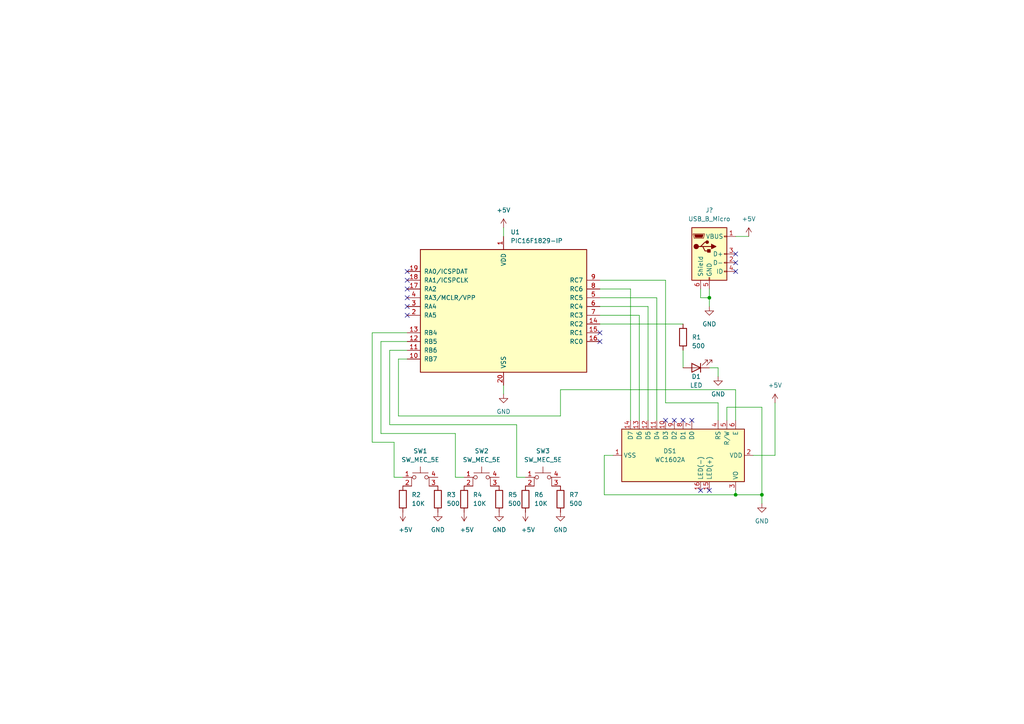
<source format=kicad_sch>
(kicad_sch (version 20211123) (generator eeschema)
  (paper "A4")
  (lib_symbols
    (symbol "Connector:USB_B_Micro" (pin_names (offset 1.016))
      (property "Reference" "J" (at -5.08 11.43 0))
      (property "Value" "USB_B_Micro" (at -5.08 8.89 0))
      (symbol "USB_B_Micro_0_1"
        (rectangle (start -5.08 -7.62) (end 5.08 7.62) (stroke (width 0.254)) (fill (type background)))
        (circle (center -3.81 2.159) (radius 0.635) (stroke (width 0.254)) (fill (type outline)))
        (circle (center -0.635 3.429) (radius 0.381) (stroke (width 0.254)) (fill (type outline)))
        (rectangle (start -0.127 -7.62) (end 0.127 -6.858))
        (polyline (pts (xy -1.905 2.159) (xy 0.635 2.159)) (stroke (width 0.254)))
        (polyline (pts (xy -3.175 2.159) (xy -2.54 2.159) (xy -1.27 3.429) (xy -0.635 3.429)) (stroke (width 0.254)))
        (polyline (pts (xy -2.54 2.159) (xy -1.905 2.159) (xy -1.27 0.889) (xy 0 0.889)) (stroke (width 0.254)))
        (polyline (pts (xy 0.635 2.794) (xy 0.635 1.524) (xy 1.905 2.159) (xy 0.635 2.794)) (stroke (width 0.254)) (fill (type outline)))
        (polyline (pts (xy -4.318 5.588) (xy -1.778 5.588) (xy -2.032 4.826) (xy -4.064 4.826) (xy -4.318 5.588)) (fill (type outline)))
        (polyline (pts (xy -4.699 5.842) (xy -4.699 5.588) (xy -4.445 4.826) (xy -4.445 4.572) (xy -1.651 4.572) (xy -1.651 4.826) (xy -1.397 5.588) (xy -1.397 5.842) (xy -4.699 5.842)))
        (rectangle (start 0.254 1.27) (end -0.508 0.508) (stroke (width 0.254)) (fill (type outline)))
        (rectangle (start 5.08 -5.207) (end 4.318 -4.953))
        (rectangle (start 5.08 -2.667) (end 4.318 -2.413))
        (rectangle (start 5.08 -0.127) (end 4.318 0.127))
        (rectangle (start 5.08 4.953) (end 4.318 5.207))
      )
      (symbol "USB_B_Micro_1_1"
        (pin power_out line (at 7.62 5.08 180) (length 2.54) (name "VBUS") (number "1"))
        (pin bidirectional line (at 7.62 -2.54 180) (length 2.54) (name "D-") (number "2"))
        (pin bidirectional line (at 7.62 0 180) (length 2.54) (name "D+") (number "3"))
        (pin passive line (at 7.62 -5.08 180) (length 2.54) (name "ID") (number "4"))
        (pin power_out line (at 0 -10.16 90) (length 2.54) (name "GND") (number "5"))
        (pin passive line (at -2.54 -10.16 90) (length 2.54) (name "Shield") (number "6"))
      )
    )
    (symbol "Device:LED" (pin_numbers hide) (pin_names (offset 1.016) hide)
      (property "Reference" "D" (at 0 2.54 0))
      (property "Value" "LED" (at 0 -2.54 0))
      (symbol "LED_0_1"
        (polyline (pts (xy -1.27 -1.27) (xy -1.27 1.27)) (stroke (width 0.254)))
        (polyline (pts (xy -1.27 0) (xy 1.27 0)))
        (polyline (pts (xy 1.27 -1.27) (xy 1.27 1.27) (xy -1.27 0) (xy 1.27 -1.27)) (stroke (width 0.254)))
        (polyline (pts (xy -3.048 -0.762) (xy -4.572 -2.286) (xy -3.81 -2.286) (xy -4.572 -2.286) (xy -4.572 -1.524)))
        (polyline (pts (xy -1.778 -0.762) (xy -3.302 -2.286) (xy -2.54 -2.286) (xy -3.302 -2.286) (xy -3.302 -1.524)))
      )
      (symbol "LED_1_1"
        (pin passive line (at -3.81 0 0) (length 2.54) (name "K") (number "1"))
        (pin passive line (at 3.81 0 180) (length 2.54) (name "A") (number "2"))
      )
    )
    (symbol "Device:R" (pin_numbers hide) (pin_names (offset 0))
      (property "Reference" "R" (at 2.032 0 90))
      (property "Value" "R" (at 0 0 90))
      (symbol "R_0_1"
        (rectangle (start -1.016 -2.54) (end 1.016 2.54) (stroke (width 0.254)))
      )
      (symbol "R_1_1"
        (pin passive line (at 0 3.81 270) (length 1.27) (name "~") (number "1"))
        (pin passive line (at 0 -3.81 90) (length 1.27) (name "~") (number "2"))
      )
    )
    (symbol "Display_Character:WC1602A"
      (property "Reference" "DS" (at -5.842 19.05 0))
      (property "Value" "WC1602A" (at 5.334 19.05 0))
      (symbol "WC1602A_1_1"
        (rectangle (start -7.62 17.78) (end 7.62 -17.78) (stroke (width 0.254)) (fill (type background)))
        (pin power_in line (at 0 -20.32 90) (length 2.54) (name "VSS") (number "1"))
        (pin input line (at -10.16 -5.08 0) (length 2.54) (name "D3") (number "10"))
        (pin input line (at -10.16 -7.62 0) (length 2.54) (name "D4") (number "11"))
        (pin input line (at -10.16 -10.16 0) (length 2.54) (name "D5") (number "12"))
        (pin input line (at -10.16 -12.7 0) (length 2.54) (name "D6") (number "13"))
        (pin input line (at -10.16 -15.24 0) (length 2.54) (name "D7") (number "14"))
        (pin power_in line (at 10.16 7.62 180) (length 2.54) (name "LED(+)") (number "15"))
        (pin power_in line (at 10.16 5.08 180) (length 2.54) (name "LED(-)") (number "16"))
        (pin power_in line (at 0 20.32 270) (length 2.54) (name "VDD") (number "2"))
        (pin input line (at 10.16 15.24 180) (length 2.54) (name "VO") (number "3"))
        (pin input line (at -10.16 10.16 0) (length 2.54) (name "RS") (number "4"))
        (pin input line (at -10.16 12.7 0) (length 2.54) (name "R/W") (number "5"))
        (pin input line (at -10.16 15.24 0) (length 2.54) (name "E") (number "6"))
        (pin input line (at -10.16 2.54 0) (length 2.54) (name "D0") (number "7"))
        (pin input line (at -10.16 0 0) (length 2.54) (name "D1") (number "8"))
        (pin input line (at -10.16 -2.54 0) (length 2.54) (name "D2") (number "9"))
      )
    )
    (symbol "MCU_Microchip_PIC16:PIC16F1829-IP" (pin_names (offset 1.016))
      (property "Reference" "U" (at -24.13 22.86 0))
      (property "Value" "PIC16F1829-IP" (at -24.13 20.32 0))
      (symbol "PIC16F1829-IP_0_1"
        (rectangle (start -24.13 19.05) (end 24.13 -16.51) (stroke (width 0.254)) (fill (type background)))
      )
      (symbol "PIC16F1829-IP_1_1"
        (pin power_in line (at 0 22.86 270) (length 3.81) (name "VDD") (number "1"))
        (pin bidirectional line (at -27.94 -12.7 0) (length 3.81) (name "RB7") (number "10"))
        (pin bidirectional line (at -27.94 -10.16 0) (length 3.81) (name "RB6") (number "11"))
        (pin bidirectional line (at -27.94 -7.62 0) (length 3.81) (name "RB5") (number "12"))
        (pin bidirectional line (at -27.94 -5.08 0) (length 3.81) (name "RB4") (number "13"))
        (pin bidirectional line (at 27.94 -2.54 180) (length 3.81) (name "RC2") (number "14"))
        (pin bidirectional line (at 27.94 -5.08 180) (length 3.81) (name "RC1") (number "15"))
        (pin bidirectional line (at 27.94 -7.62 180) (length 3.81) (name "RC0") (number "16"))
        (pin bidirectional line (at -27.94 7.62 0) (length 3.81) (name "RA2") (number "17"))
        (pin bidirectional line (at -27.94 10.16 0) (length 3.81) (name "RA1/ICSPCLK") (number "18"))
        (pin bidirectional line (at -27.94 12.7 0) (length 3.81) (name "RA0/ICSPDAT") (number "19"))
        (pin bidirectional line (at -27.94 0 0) (length 3.81) (name "RA5") (number "2"))
        (pin power_in line (at 0 -20.32 90) (length 3.81) (name "VSS") (number "20"))
        (pin bidirectional line (at -27.94 2.54 0) (length 3.81) (name "RA4") (number "3"))
        (pin bidirectional line (at -27.94 5.08 0) (length 3.81) (name "RA3/MCLR/VPP") (number "4"))
        (pin bidirectional line (at 27.94 5.08 180) (length 3.81) (name "RC5") (number "5"))
        (pin bidirectional line (at 27.94 2.54 180) (length 3.81) (name "RC4") (number "6"))
        (pin bidirectional line (at 27.94 0 180) (length 3.81) (name "RC3") (number "7"))
        (pin bidirectional line (at 27.94 7.62 180) (length 3.81) (name "RC6") (number "8"))
        (pin bidirectional line (at 27.94 10.16 180) (length 3.81) (name "RC7") (number "9"))
      )
    )
    (symbol "Switch:SW_MEC_5E" (pin_names (offset 1.016) hide)
      (property "Reference" "SW" (at 0.635 5.715 0))
      (property "Value" "SW_MEC_5E" (at 0 -3.175 0))
      (symbol "SW_MEC_5E_0_1"
        (circle (center -1.778 2.54) (radius 0.508))
        (polyline (pts (xy -2.286 3.81) (xy 2.286 3.81)))
        (polyline (pts (xy 0 3.81) (xy 0 5.588)))
        (polyline (pts (xy -2.54 0) (xy -2.54 2.54) (xy -2.286 2.54)))
        (polyline (pts (xy 2.54 0) (xy 2.54 2.54) (xy 2.286 2.54)))
        (circle (center 1.778 2.54) (radius 0.508))
        (pin passive line (at -5.08 2.54 0) (length 2.54) (name "1") (number "1"))
        (pin passive line (at -5.08 0 0) (length 2.54) (name "2") (number "2"))
        (pin passive line (at 5.08 0 180) (length 2.54) (name "K") (number "3"))
        (pin passive line (at 5.08 2.54 180) (length 2.54) (name "A") (number "4"))
      )
    )
    (symbol "power:+5V" (power) (pin_names (offset 0))
      (property "Value" "+5V" (at 0 3.556 0))
      (symbol "+5V_0_1"
        (polyline (pts (xy -0.762 1.27) (xy 0 2.54)))
        (polyline (pts (xy 0 0) (xy 0 2.54)))
        (polyline (pts (xy 0 2.54) (xy 0.762 1.27)))
      )
      (symbol "+5V_1_1"
        (pin power_in line (at 0 0 90) (length 0) hide (name "+5V") (number "1"))
      )
    )
    (symbol "power:GND" (power) (pin_names (offset 0))
      (property "Value" "GND" (at 0 -3.81 0))
      (symbol "GND_0_1"
        (polyline (pts (xy 0 0) (xy 0 -1.27) (xy 1.27 -1.27) (xy 0 -2.54) (xy -1.27 -1.27) (xy 0 -1.27)))
      )
      (symbol "GND_1_1"
        (pin power_in line (at 0 0 270) (length 0) hide (name "GND") (number "1"))
      )
    )
  )
  (junction (at 220.98 143.51))
  (junction (at 205.74 86.36))
  (junction (at 213.36 143.51))
  (no_connect (at 213.36 78.74))
  (no_connect (at 213.36 76.2))
  (no_connect (at 213.36 73.66))
  (no_connect (at 203.2 142.24))
  (no_connect (at 205.74 142.24))
  (no_connect (at 200.66 121.92))
  (no_connect (at 193.04 121.92))
  (no_connect (at 195.58 121.92))
  (no_connect (at 198.12 121.92))
  (no_connect (at 173.99 96.52))
  (no_connect (at 173.99 99.06))
  (no_connect (at 118.11 78.74))
  (no_connect (at 118.11 81.28))
  (no_connect (at 118.11 83.82))
  (no_connect (at 118.11 86.36))
  (no_connect (at 118.11 88.9))
  (no_connect (at 118.11 91.44))
  (wire (pts (xy 205.74 86.36) (xy 205.74 83.82)))
  (wire (pts (xy 182.88 83.82) (xy 173.99 83.82)))
  (wire (pts (xy 213.36 121.92) (xy 213.36 113.03)))
  (wire (pts (xy 152.4 138.43) (xy 149.86 138.43)))
  (wire (pts (xy 107.95 128.27) (xy 107.95 96.52)))
  (wire (pts (xy 220.98 118.11) (xy 220.98 143.51)))
  (wire (pts (xy 182.88 121.92) (xy 182.88 83.82)))
  (wire (pts (xy 173.99 93.98) (xy 198.12 93.98)))
  (wire (pts (xy 134.62 138.43) (xy 132.08 138.43)))
  (wire (pts (xy 203.2 83.82) (xy 203.2 86.36)))
  (wire (pts (xy 220.98 143.51) (xy 220.98 146.05)))
  (wire (pts (xy 190.5 121.92) (xy 190.5 86.36)))
  (wire (pts (xy 185.42 91.44) (xy 173.99 91.44)))
  (wire (pts (xy 190.5 86.36) (xy 173.99 86.36)))
  (wire (pts (xy 220.98 118.11) (xy 210.82 118.11)))
  (wire (pts (xy 149.86 138.43) (xy 149.86 123.19)))
  (wire (pts (xy 146.05 111.76) (xy 146.05 114.3)))
  (wire (pts (xy 203.2 86.36) (xy 205.74 86.36)))
  (wire (pts (xy 208.28 116.84) (xy 193.04 116.84)))
  (wire (pts (xy 218.44 132.08) (xy 224.79 132.08)))
  (wire (pts (xy 187.96 88.9) (xy 173.99 88.9)))
  (wire (pts (xy 115.57 104.14) (xy 118.11 104.14)))
  (wire (pts (xy 210.82 118.11) (xy 210.82 121.92)))
  (wire (pts (xy 110.49 99.06) (xy 118.11 99.06)))
  (wire (pts (xy 114.3 128.27) (xy 107.95 128.27)))
  (wire (pts (xy 146.05 66.04) (xy 146.05 68.58)))
  (wire (pts (xy 175.26 143.51) (xy 175.26 132.08)))
  (wire (pts (xy 205.74 88.9) (xy 205.74 86.36)))
  (wire (pts (xy 185.42 121.92) (xy 185.42 91.44)))
  (wire (pts (xy 132.08 125.73) (xy 110.49 125.73)))
  (wire (pts (xy 213.36 68.58) (xy 217.17 68.58)))
  (wire (pts (xy 115.57 120.65) (xy 115.57 104.14)))
  (wire (pts (xy 208.28 106.68) (xy 208.28 109.22)))
  (wire (pts (xy 208.28 121.92) (xy 208.28 116.84)))
  (wire (pts (xy 213.36 143.51) (xy 220.98 143.51)))
  (wire (pts (xy 205.74 106.68) (xy 208.28 106.68)))
  (wire (pts (xy 213.36 142.24) (xy 213.36 143.51)))
  (wire (pts (xy 162.56 120.65) (xy 115.57 120.65)))
  (wire (pts (xy 175.26 132.08) (xy 177.8 132.08)))
  (wire (pts (xy 224.79 132.08) (xy 224.79 116.84)))
  (wire (pts (xy 198.12 101.6) (xy 198.12 106.68)))
  (wire (pts (xy 162.56 113.03) (xy 162.56 120.65)))
  (wire (pts (xy 116.84 138.43) (xy 114.3 138.43)))
  (wire (pts (xy 149.86 123.19) (xy 113.03 123.19)))
  (wire (pts (xy 113.03 123.19) (xy 113.03 101.6)))
  (wire (pts (xy 193.04 116.84) (xy 193.04 81.28)))
  (wire (pts (xy 187.96 121.92) (xy 187.96 88.9)))
  (wire (pts (xy 113.03 101.6) (xy 118.11 101.6)))
  (wire (pts (xy 132.08 138.43) (xy 132.08 125.73)))
  (wire (pts (xy 213.36 143.51) (xy 175.26 143.51)))
  (wire (pts (xy 110.49 125.73) (xy 110.49 99.06)))
  (wire (pts (xy 114.3 138.43) (xy 114.3 128.27)))
  (wire (pts (xy 107.95 96.52) (xy 118.11 96.52)))
  (wire (pts (xy 213.36 113.03) (xy 162.56 113.03)))
  (wire (pts (xy 193.04 81.28) (xy 173.99 81.28)))
  (symbol (lib_id "Device:R") (at 134.62 144.78 0) (unit 1)
    (property "Reference" "R4" (at 137.16 143.5099 0) (effects (justify left)))
    (property "Value" "10K" (at 137.16 146.0499 0) (effects (justify left)))
  )
  (symbol (lib_id "Device:R") (at 162.56 144.78 0) (unit 1)
    (property "Reference" "R7" (at 165.1 143.5099 0) (effects (justify left)))
    (property "Value" "500" (at 165.1 146.0499 0) (effects (justify left)))
  )
  (symbol (lib_id "power:GND") (at 146.05 114.3 0) (unit 1)
    (property "Reference" "#PWR06" (effects hide))
    (property "Value" "GND" (at 146.05 119.38 0))
  )
  (symbol (lib_id "Device:R") (at 127 144.78 0) (unit 1)
    (property "Reference" "R3" (at 129.54 143.5099 0) (effects (justify left)))
    (property "Value" "500" (at 129.54 146.0499 0) (effects (justify left)))
  )
  (symbol (lib_id "Device:R") (at 116.84 144.78 0) (unit 1)
    (property "Reference" "R2" (at 119.38 143.5099 0) (effects (justify left)))
    (property "Value" "10K" (at 119.38 146.0499 0) (effects (justify left)))
  )
  (symbol (lib_id "power:GND") (at 162.56 148.59 0) (unit 1)
    (property "Reference" "#PWR08" (effects hide))
    (property "Value" "GND" (at 162.56 153.67 0))
  )
  (symbol (lib_id "Connector:USB_B_Micro") (at 205.74 73.66 0) (unit 1)
    (property "Reference" "J?" (at 205.74 60.96 0))
    (property "Value" "USB_B_Micro" (at 205.74 63.5 0))
  )
  (symbol (lib_id "power:GND") (at 220.98 146.05 0) (unit 1)
    (property "Reference" "#PWR09" (effects hide))
    (property "Value" "GND" (at 220.98 151.13 0))
  )
  (symbol (lib_id "Device:R") (at 152.4 144.78 0) (unit 1)
    (property "Reference" "R6" (at 154.94 143.5099 0) (effects (justify left)))
    (property "Value" "10K" (at 154.94 146.0499 0) (effects (justify left)))
  )
  (symbol (lib_id "power:+5V") (at 152.4 148.59 180) (unit 1)
    (property "Reference" "#PWR07" (effects hide))
    (property "Value" "+5V" (at 151.13 153.67 0) (effects (justify right)))
  )
  (symbol (lib_id "Switch:SW_MEC_5E") (at 121.92 140.97 0) (unit 1)
    (property "Reference" "SW1" (at 121.92 130.81 0))
    (property "Value" "SW_MEC_5E" (at 121.92 133.35 0))
    (property "Datasheet" "http://www.apem.com/int/index.php?controller=attachment&id_attachment=1371" (effects hide))
  )
  (symbol (lib_id "Device:LED") (at 201.93 106.68 180) (unit 1)
    (property "Reference" "D1" (at 201.93 109.22 0))
    (property "Value" "LED" (at 201.93 111.76 0))
  )
  (symbol (lib_id "power:GND") (at 205.74 88.9 0) (unit 1)
    (property "Reference" "#PWR?" (effects hide))
    (property "Value" "GND" (at 205.74 93.98 0))
  )
  (symbol (lib_id "Switch:SW_MEC_5E") (at 157.48 140.97 0) (unit 1)
    (property "Reference" "SW3" (at 157.48 130.81 0))
    (property "Value" "SW_MEC_5E" (at 157.48 133.35 0))
    (property "Datasheet" "http://www.apem.com/int/index.php?controller=attachment&id_attachment=1371" (effects hide))
  )
  (symbol (lib_id "power:GND") (at 127 148.59 0) (unit 1)
    (property "Reference" "#PWR02" (effects hide))
    (property "Value" "GND" (at 127 153.67 0))
  )
  (symbol (lib_id "power:GND") (at 208.28 109.22 0) (unit 1)
    (property "Reference" "#PWR010" (effects hide))
    (property "Value" "GND" (at 208.28 114.3 0))
  )
  (symbol (lib_id "Device:R") (at 198.12 97.79 180) (unit 1)
    (property "Reference" "R1" (at 200.66 97.79 0) (effects (justify right)))
    (property "Value" "500" (at 200.66 100.33 0) (effects (justify right)))
  )
  (symbol (lib_id "Display_Character:WC1602A") (at 198.12 132.08 270) (unit 1)
    (property "Reference" "DS1" (at 194.31 130.81 90))
    (property "Value" "WC1602A" (at 194.31 133.35 90))
    (property "Footprint" "Display:WC1602A" (effects hide))
    (property "Datasheet" "http://www.wincomlcd.com/pdf/WC1602A-SFYLYHTC06.pdf" (effects hide))
  )
  (symbol (lib_id "Switch:SW_MEC_5E") (at 139.7 140.97 0) (unit 1)
    (property "Reference" "SW2" (at 139.7 130.81 0))
    (property "Value" "SW_MEC_5E" (at 139.7 133.35 0))
    (property "Datasheet" "http://www.apem.com/int/index.php?controller=attachment&id_attachment=1371" (effects hide))
  )
  (symbol (lib_id "power:+5V") (at 116.84 148.59 180) (unit 1)
    (property "Reference" "#PWR01" (effects hide))
    (property "Value" "+5V" (at 115.57 153.67 0) (effects (justify right)))
  )
  (symbol (lib_id "power:+5V") (at 134.62 148.59 180) (unit 1)
    (property "Reference" "#PWR03" (effects hide))
    (property "Value" "+5V" (at 133.35 153.67 0) (effects (justify right)))
  )
  (symbol (lib_id "power:+5V") (at 224.79 116.84 0) (unit 1)
    (property "Reference" "#PWR011" (effects hide))
    (property "Value" "+5V" (at 224.79 111.76 0))
  )
  (symbol (lib_id "Device:R") (at 144.78 144.78 0) (unit 1)
    (property "Reference" "R5" (at 147.32 143.5099 0) (effects (justify left)))
    (property "Value" "500" (at 147.32 146.0499 0) (effects (justify left)))
  )
  (symbol (lib_id "power:+5V") (at 217.17 68.58 0) (unit 1)
    (property "Reference" "#PWR?" (effects hide))
    (property "Value" "+5V" (at 217.17 63.5 0))
  )
  (symbol (lib_id "MCU_Microchip_PIC16:PIC16F1829-IP") (at 146.05 91.44 0) (unit 1)
    (property "Reference" "U1" (at 148.0694 67.31 0) (effects (justify left)))
    (property "Value" "PIC16F1829-IP" (at 148.0694 69.85 0) (effects (justify left)))
    (property "Datasheet" "http://ww1.microchip.com/downloads/en/DeviceDoc/41440C.pdf" (effects hide))
  )
  (symbol (lib_id "power:GND") (at 144.78 148.59 0) (unit 1)
    (property "Reference" "#PWR04" (effects hide))
    (property "Value" "GND" (at 144.78 153.67 0))
  )
  (symbol (lib_id "power:+5V") (at 146.05 66.04 0) (unit 1)
    (property "Reference" "#PWR05" (effects hide))
    (property "Value" "+5V" (at 146.05 60.96 0))
  )
)
</source>
